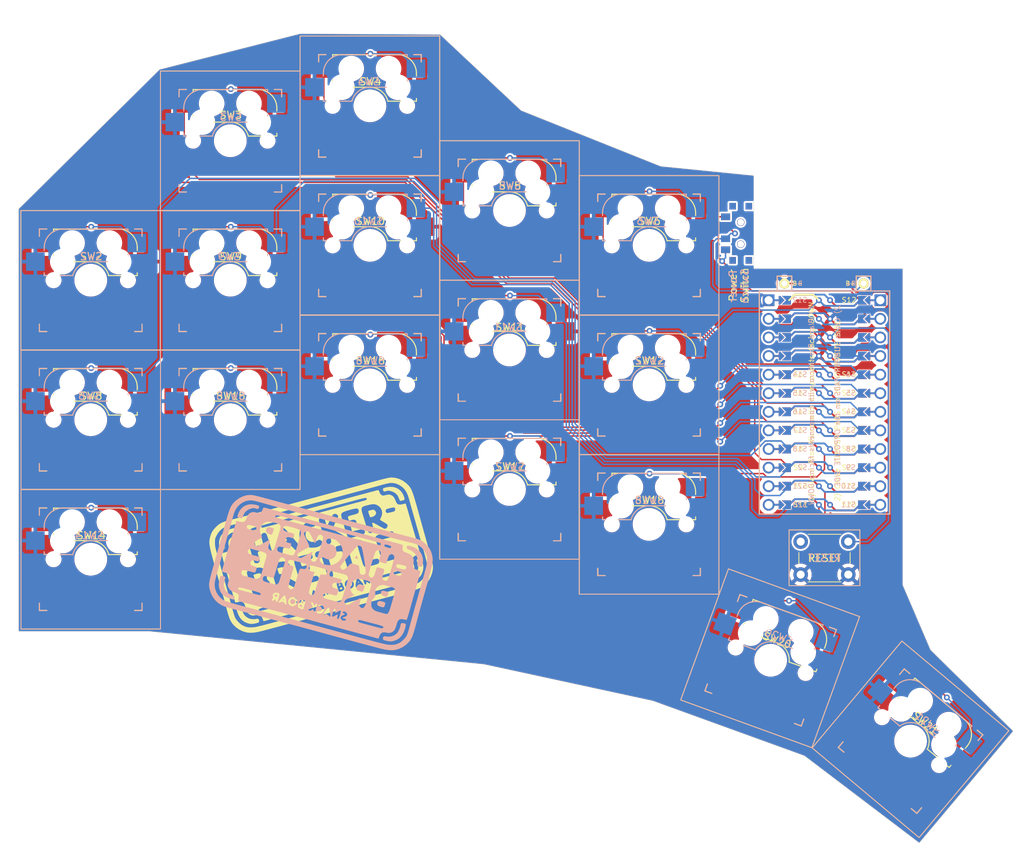
<source format=kicad_pcb>
(kicad_pcb (version 20221018) (generator pcbnew)
  (layers (0 "F.Cu" signal) (31 "B.Cu" signal) (34 "B.Paste" user) (35 "F.Paste" user) (36 "B.SilkS" user "B.Silkscreen") (37 "F.SilkS" user "F.Silkscreen") (38 "B.Mask" user) (39 "F.Mask" user) (44 "Edge.Cuts" user))
  (net 0 "")
  (net 1 "gnd")
  (net 2 "vcc")
  (net 3 "Switch18")
  (net 4 "reset")
  (net 5 "Switch1")
  (net 6 "Switch2")
  (net 7 "Switch3")
  (net 8 "Switch4")
  (net 9 "Switch5")
  (net 10 "Switch6")
  (net 11 "Switch7")
  (net 12 "Switch8")
  (net 13 "Switch9")
  (net 14 "Switch10")
  (net 15 "Switch11")
  (net 16 "Switch12")
  (net 17 "Switch13")
  (net 18 "Switch14")
  (net 19 "Switch15")
  (net 20 "Switch16")
  (net 21 "Switch17")
  (net 22 "raw")
  (net 23 "BT+_r")
  (footprint "kbd:1pin_conn" (layer "F.Cu") (at 145.288 82.931)
    (fp_text reference "Bat+r1" hide)
    (fp_text value "MountingHole_Pad" hide)
  )
  (footprint "kbd:1pin_conn" (layer "F.Cu") (at 134.493 82.931)
    (fp_text reference "BatGND1" hide)
    (fp_text value "MountingHole_Pad" hide)
  )
  (footprint "Keyswitches by Daprice:Kailh_socket_MX_reversible_sameside" (layer "F.Cu") (at 39.8145 82.4865)
    (fp_text reference "SW2" hide)
    (fp_text value "SW_Push" hide)
  )
  (footprint "Keyswitches by Daprice:Kailh_socket_MX_reversible_sameside" (layer "F.Cu") (at 58.8645 63.4365)
    (fp_text reference "SW3" hide)
    (fp_text value "SW_Push" hide)
  )
  (footprint "Keyswitches by Daprice:Kailh_socket_MX_reversible_sameside" (layer "F.Cu") (at 77.9145 58.674)
    (fp_text reference "SW4" hide)
    (fp_text value "SW_Push" hide)
  )
  (footprint "Keyswitches by Daprice:Kailh_socket_MX_reversible_sameside" (layer "F.Cu") (at 96.9645 72.9615)
    (fp_text reference "SW5" hide)
    (fp_text value "SW_Push" hide)
  )
  (footprint "Keyswitches by Daprice:Kailh_socket_MX_reversible_sameside" (layer "F.Cu") (at 116.0145 77.724)
    (fp_text reference "SW6" hide)
    (fp_text value "SW_Push" hide)
  )
  (footprint "Keyswitches by Daprice:Kailh_socket_MX_reversible_sameside" (layer "F.Cu") (at 39.8145 101.5365)
    (fp_text reference "SW8" hide)
    (fp_text value "SW_Push" hide)
  )
  (footprint "Keyswitches by Daprice:Kailh_socket_MX_reversible_sameside" (layer "F.Cu") (at 58.8645 82.4865)
    (fp_text reference "SW9" hide)
    (fp_text value "SW_Push" hide)
  )
  (footprint "Keyswitches by Daprice:Kailh_socket_MX_reversible_sameside" (layer "F.Cu") (at 77.9145 77.724)
    (fp_text reference "SW10" hide)
    (fp_text value "SW_Push" hide)
  )
  (footprint "Keyswitches by Daprice:Kailh_socket_MX_reversible_sameside" (layer "F.Cu") (at 96.9645 92.0115)
    (fp_text reference "SW11" hide)
    (fp_text value "SW_Push" hide)
  )
  (footprint "Keyswitches by Daprice:Kailh_socket_MX_reversible_sameside" (layer "F.Cu") (at 116.0145 96.774)
    (fp_text reference "SW12" hide)
    (fp_text value "SW_Push" hide)
  )
  (footprint "Keyswitches by Daprice:Kailh_socket_MX_reversible_sameside" (layer "F.Cu") (at 39.8145 120.5865)
    (fp_text reference "SW14" hide)
    (fp_text value "SW_Push" hide)
  )
  (footprint "Keyswitches by Daprice:Kailh_socket_MX_reversible_sameside" (layer "F.Cu") (at 58.8645 101.5365)
    (fp_text reference "SW15" hide)
    (fp_text value "SW_Push" hide)
  )
  (footprint "Keyswitches by Daprice:Kailh_socket_MX_reversible_sameside" (layer "F.Cu") (at 96.9645 111.0615)
    (fp_text reference "SW17" hide)
    (fp_text value "SW_Push" hide)
  )
  (footprint "Keyswitches by Daprice:Kailh_socket_MX_reversible_sameside" (layer "F.Cu") (at 132.602994 134.382516 -20)
    (fp_text reference "SW20" hide)
    (fp_text value "SW_Push" hide)
  )
  (footprint "Keyswitches by Daprice:Kailh_socket_MX_reversible_sameside" (layer "F.Cu") (at 151.700647 145.425812 -40)
    (fp_text reference "SW21" hide)
    (fp_text value "SW_Push" hide)
  )
  (footprint "Button_Switch_THT:SW_PUSH_6mm_H4.3mm" (layer "F.Cu") (at 143.204 122.682 180)
    (fp_text reference "RST_B" hide)
    (fp_text value "SW_Push" hide)
  )
  (footprint "Keyswitches by Daprice:Kailh_socket_MX_reversible_sameside" (layer "F.Cu") (at 116.0145 115.824)
    (fp_text reference "SW18" hide)
    (fp_text value "SW_Push" hide)
  )
  (footprint "Promicro-Jumpers:ProMicro_facedown" (layer "F.Cu") (at 139.954 99.187 -90)
    (fp_text reference "U1" hide)
    (fp_text value "ProMicro-kbd" hide)
  )
  (footprint "Keyswitches by Daprice:Kailh_socket_MX_reversible_sameside" (layer "F.Cu") (at 77.9145 96.774)
    (fp_text reference "SW16" hide)
    (fp_text value "SW_Push" hide)
  )
  (footprint "Kailh:SPDT_C128955r" (layer "F.Cu") (at 128.524 76.073 -90)
    (fp_text reference "SW_POWERR_BK" hide)
    (fp_text value "SW_SPDT")
  )
  (footprint "logo:brettle_logo" (layer "F.Cu") (at 71.11 119.93)
    (fp_text reference "G***" hide)
    (fp_text value "LOGO" hide)
  )
  (footprint "Kailh:SPDT_C128955" (layer "B.Cu") (at 128.524 76.073 90)
    (fp_text reference "SW_POWERR1" hide)
    (fp_text value "SW_SPDT")
  )
  (footprint "logo:brettle_logo" (layer "B.Cu") (at 71.379901 122.312036 180)
    (fp_text reference "G***" hide)
    (fp_text value "LOGO" hide)
  )
  (gr_rect (start 87.4395 63.4365) (end 106.4895 82.4865) (stroke (width 0.12)) (fill none) (layer "B.SilkS"))
  (gr_rect (start 68.3895 87.249) (end 87.4395 106.299) (stroke (width 0.12)) (fill none) (layer "B.SilkS"))
  (gr_rect (start 30.2745 72.9765) (end 49.3245 92.0265) (stroke (width 0.12)) (fill none) (layer "B.SilkS"))
  (gr_rect (start 87.4395 101.5365) (end 106.4895 120.5865) (stroke (width 0.12)) (fill none) (layer "B.SilkS"))
  (gr_poly (pts (xy 120.330275 139.805288) (xy 126.845759 121.904144) (xy 144.746903 128.419628) (xy 138.231419 146.320772)) (stroke (width 0.12)) (fill none) (layer "B.SilkS"))
  (gr_rect (start 30.2895 92.0115) (end 49.3395 111.0615) (stroke (width 0.12)) (fill none) (layer "B.SilkS"))
  (gr_rect (start 30.2895 111.0615) (end 49.3395 130.1115) (stroke (width 0.12)) (fill none) (layer "B.SilkS"))
  (gr_poly (pts (xy 138.272555 146.351349) (xy 150.517659 131.758202) (xy 165.110806 144.003307) (xy 152.865702 158.596453)) (stroke (width 0.12)) (fill none) (layer "B.SilkS"))
  (gr_rect (start 135.128 116.586) (end 144.78 124.206) (stroke (width 0.12)) (fill none) (layer "B.SilkS"))
  (gr_rect (start 49.3245 72.9765) (end 68.3745 92.0265) (stroke (width 0.12)) (fill none) (layer "B.SilkS"))
  (gr_rect (start 106.4895 68.199) (end 125.5395 87.249) (stroke (width 0.12)) (fill none) (layer "B.SilkS"))
  (gr_rect (start 49.3245 53.9265) (end 68.3745 72.9765) (stroke (width 0.12)) (fill none) (layer "B.SilkS"))
  (gr_rect (start 106.4895 106.299) (end 125.5395 125.349) (stroke (width 0.12)) (fill none) (layer "B.SilkS"))
  (gr_rect (start 106.4895 87.249) (end 125.5395 106.299) (stroke (width 0.12)) (fill none) (layer "B.SilkS"))
  (gr_rect (start 68.3895 49.149) (end 87.4395 68.199) (stroke (width 0.12)) (fill none) (layer "B.SilkS"))
  (gr_rect (start 68.3895 68.199) (end 87.4395 87.249) (stroke (width 0.12)) (fill none) (layer "B.SilkS"))
  (gr_rect (start 49.3395 92.0115) (end 68.3895 111.0615) (stroke (width 0.12)) (fill none) (layer "B.SilkS"))
  (gr_rect (start 87.4395 82.4865) (end 106.4895 101.5365) (stroke (width 0.12)) (fill none) (layer "B.SilkS"))
  (gr_rect (start 106.4895 106.299) (end 125.5395 125.349) (stroke (width 0.12)) (fill none) (layer "F.SilkS"))
  (gr_rect (start 106.4895 68.199) (end 125.5395 87.249) (stroke (width 0.12)) (fill none) (layer "F.SilkS"))
  (gr_rect (start 87.4395 82.4865) (end 106.4895 101.5365) (stroke (width 0.12)) (fill none) (layer "F.SilkS"))
  (gr_rect (start 30.2745 72.9765) (end 49.3245 92.0265) (stroke (width 0.12)) (fill none) (layer "F.SilkS"))
  (gr_rect (start 68.3895 68.199) (end 87.4395 87.249) (stroke (width 0.12)) (fill none) (layer "F.SilkS"))
  (gr_rect (start 68.3895 87.249) (end 87.4395 106.299) (stroke (width 0.12)) (fill none) (layer "F.SilkS"))
  (gr_rect (start 30.2895 92.0115) (end 49.3395 111.0615) (stroke (width 0.12)) (fill none) (layer "F.SilkS"))
  (gr_poly (pts (xy 138.272555 146.351349) (xy 150.517659 131.758202) (xy 165.110806 144.003307) (xy 152.865702 158.596453)) (stroke (width 0.12)) (fill none) (layer "F.SilkS"))
  (gr_rect (start 68.3895 49.149) (end 87.4395 68.199) (stroke (width 0.12)) (fill none) (layer "F.SilkS"))
  (gr_rect (start 87.4395 101.5365) (end 106.4895 120.5865) (stroke (width 0.12)) (fill none) (layer "F.SilkS"))
  (gr_rect (start 30.2895 111.0615) (end 49.3395 130.1115) (stroke (width 0.12)) (fill none) (layer "F.SilkS"))
  (gr_rect (start 135.128 116.586) (end 144.78 124.206) (stroke (width 0.12)) (fill none) (layer "F.SilkS"))
  (gr_rect (start 87.4395 63.4365) (end 106.4895 82.4865) (stroke (width 0.12)) (fill none) (layer "F.SilkS"))
  (gr_rect (start 49.3395 92.0115) (end 68.3895 111.0615) (stroke (width 0.12)) (fill none) (layer "F.SilkS"))
  (gr_rect (start 49.3245 72.9765) (end 68.3745 92.0265) (stroke (width 0.12)) (fill none) (layer "F.SilkS"))
  (gr_rect (start 106.4895 87.249) (end 125.5395 106.299) (stroke (width 0.12)) (fill none) (layer "F.SilkS"))
  (gr_poly (pts (xy 120.330275 139.805288) (xy 126.845759 121.904144) (xy 144.746903 128.419628) (xy 138.231419 146.320772)) (stroke (width 0.12)) (fill none) (layer "F.SilkS"))
  (gr_rect (start 49.3245 53.9265) (end 68.3745 72.9765) (stroke (width 0.12)) (fill none) (layer "F.SilkS"))
  (gr_line (start 87.5 48.94) (end 98.552 59.309) (stroke (width 0.05)) (layer "Edge.Cuts"))
  (gr_line (start 98.552 59.309) (end 117.602 66.929) (stroke (width 0.05)) (layer "Edge.Cuts"))
  (gr_line (start 130.302 80.899) (end 150.622 80.899) (stroke (width 0.05)) (layer "Edge.Cuts"))
  (gr_line (start 29.972 130.429) (end 29.972 129.159) (stroke (width 0.05)) (layer "Edge.Cuts"))
  (gr_line (start 116.54 139.93) (end 137.22 147.43) (stroke (width 0.05)) (layer "Edge.Cuts"))
  (gr_line (start 47.752 130.429) (end 93.46 134.93) (stroke (width 0.05)) (layer "Edge.Cuts"))
  (gr_line (start 29.972 129.159) (end 29.97 72.76) (stroke (width 0.05)) (layer "Edge.Cuts"))
  (gr_line (start 29.97 72.76) (end 49.21 53.71) (stroke (width 0.05)) (layer "Edge.Cuts"))
  (gr_line (start 154.432 132.969) (end 165.71 144.05) (stroke (width 0.05)) (layer "Edge.Cuts"))
  (gr_line (start 47.752 130.429) (end 29.972 130.429) (stroke (width 0.05)) (layer "Edge.Cuts"))
  (gr_line (start 93.46 134.93) (end 116.54 139.93) (stroke (width 0.05)) (layer "Edge.Cuts"))
  (gr_line (start 130.302 68.199) (end 130.302 80.899) (stroke (width 0.05)) (layer "Edge.Cuts"))
  (gr_line (start 165.71 144.05) (end 152.89 159.33) (stroke (width 0.05)) (layer "Edge.Cuts"))
  (gr_line (start 68.38 48.83) (end 87.5 48.94) (stroke (width 0.05)) (layer "Edge.Cuts"))
  (gr_line (start 152.89 159.33) (end 137.22 147.43) (stroke (width 0.05)) (layer "Edge.Cuts"))
  (gr_line (start 150.622 80.899) (end 150.622 124.079) (stroke (width 0.05)) (layer "Edge.Cuts"))
  (gr_line (start 49.21 53.71) (end 68.38 48.83) (stroke (width 0.05)) (layer "Edge.Cuts"))
  (gr_line (start 154.432 132.969) (end 150.622 124.079) (stroke (width 0.05)) (layer "Edge.Cuts"))
  (gr_line (start 117.602 66.929) (end 130.302 68.199) (stroke (width 0.05)) (layer "Edge.Cuts"))
  (gr_text "B+" (at 143.51 82.931) (layer "B.SilkS") (effects (font (size 0.6 0.6) (thickness 0.1)) (justify mirror)))
  (gr_text "Power\nSwitch" (at 128.27 83.312 90) (layer "B.SilkS") (effects (font (size 1 1)) (justify mirror)))
  (gr_text "S16" (at 137.668 100.838) (layer "B.SilkS") (effects (font (size 0.7 0.7) (thickness 0.1) bold) (justify left bottom mirror)))
  (gr_text "B-" (at 136.271 82.931) (layer "B.SilkS") (effects (font (size 0.6 0.6) (thickness 0.1)) (justify mirror)))
  (gr_text "S3" (at 144.272 103.378) (layer "B.SilkS") (effects (font (size 0.7 0.7) (thickness 0.1) bold) (justify left bottom mirror)))
  (gr_text "S14" (at 137.668 95.758) (layer "B.SilkS") (effects (font (size 0.7 0.7) (thickness 0.1) bold) (justify left bottom mirror)))
  (gr_text "S11" (at 144.272 113.538) (layer "B.SilkS") (effects (font (size 0.7 0.7) (thickness 0.1) bold) (justify left bottom mirror)))
  (gr_text "S8" (at 144.272 105.918) (layer "B.SilkS") (effects (font (size 0.7 0.7) (thickness 0.1) bold) (justify left bottom mirror)))
  (gr_text "S5" (at 144.272 98.298) (layer "B.SilkS") (effects (font (size 0.7 0.7) (thickness 0.1) bold) (justify left bottom mirror)))
  (gr_text "S17" (at 137.668 103.378) (layer "B.SilkS") (effects (font (size 0.7 0.7) (thickness 0.1) bold) (justify left bottom mirror)))
  (gr_text "S10" (at 144.272 110.998) (layer "B.SilkS") (effects (font (size 0.7 0.7) (thickness 0.1) bold) (justify left bottom mirror)))
  (gr_text "2) Close JUMPER PADS on the OPPOSITE SIDE" (at 141.732 85.852 90) (layer "B.SilkS") (effects (font (size 0.7 0.7) (thickness 0.1) italic) (justify left mirror)))
  (gr_text "S12" (at 137.668 85.598) (layer "B.SilkS") (effects (font (size 0.7 0.7) (thickness 0.1)) (justify left bottom mirror)))
  (gr_text "1) Place Pro-Micro with components facing DOWN" (at 138.176 85.852 90) (layer "B.SilkS") (effects (font (size 0.7 0.7) (thickness 0.1) italic) (justify left mirror)))
  (gr_text "S15" (at 137.668 98.298) (layer "B.SilkS") (effects (font (size 0.7 0.7) (thickness 0.1) bold) (justify left bottom mirror)))
  (gr_text "S4" (at 144.272 100.838) (layer "B.SilkS") (effects (font (size 0.7 0.7) (thickness 0.1) bold) (justify left bottom mirror)))
  (gr_text "S18" (at 137.668 105.918) (layer "B.SilkS") (effects (font (size 0.7 0.7) (thickness 0.1) bold) (justify left bottom mirror)))
  (gr_text "S20" (at 137.668 113.538) (layer "B.SilkS") (effects (font (size 0.7 0.7) (thickness 0.1) bold) (justify left bottom mirror)))
  (gr_text "S21" (at 137.668 110.998) (layer "B.SilkS") (effects (font (size 0.7 0.7) (thickness 0.1) bold) (justify left bottom mirror)))
  (gr_text "S9" (at 144.272 108.458) (layer "B.SilkS") (effects (font (size 0.7 0.7) (thickness 0.1) bold) (justify left bottom mirror)))
  (gr_text "S6" (at 144.272 95.758) (layer "B.SilkS") (effects (font (size 0.7 0.7) (thickness 0.1) bold) (justify left bottom mirror)))
  (gr_text "S2" (at 137.668 108.458) (layer "B.SilkS") (effects (font (size 0.7 0.7) (thickness 0.1) bold) (justify left bottom mirror)))
  (gr_text "B+" (at 143.51 82.931) (layer "F.SilkS") (effects (font (size 0.6 0.6) (thickness 0.1))))
  (gr_text "S21" (at 142.24 110.998) (layer "F.SilkS") (effects (font (size 0.7 0.7) (thickness 0.1)) (justify left bottom)))
  (gr_text "S15" (at 142.24 98.298) (layer "F.SilkS") (effects (font (size 0.7 0.7) (thickness 0.1)) (justify left bottom)))
  (gr_text "S10" (at 135.636 110.998) (layer "F.SilkS") (effects (font (size 0.7 0.7) (thickness 0.1)) (justify left bottom)))
  (gr_text "1) Place Pro-Micro with components facing DOWN" (at 138.176 112.776 90) (layer "F.SilkS") (effects (font (size 0.7 0.7) (thickness 0.1) italic) (justify left)))
  (gr_text "S9" (at 135.636 108.458) (layer "F.SilkS") (effects (font (size 0.7 0.7) (thickness 0.1)) (justify left bottom)))
  (gr_text "S5" (at 135.636 98.298) (layer "F.SilkS") (effects (font (size 0.7 0.7) (thickness 0.1)) (justify left bottom)))
  (gr_text "S8" (at 135.636 105.918) (layer "F.SilkS") (effects (font (size 0.7 0.7) (thickness 0.1)) (justify left bottom)))
  (gr_text "S2" (at 142.24 108.458) (layer "F.SilkS") (effects (font (size 0.7 0.7) (thickness 0.1)) (justify left bottom)))
  (gr_text "S3" (at 135.636 103.378) (layer "F.SilkS") (effects (font (size 0.7 0.7) (thickness 0.1)) (justify left bottom)))
  (gr_text "S11" (at 135.636 113.538) (layer "F.SilkS") (effects (font (size 0.7 0.7) (thickness 0.1)) (justify left bottom)))
  (gr_text "S16" (at 142.24 100.838) (layer "F.SilkS") (effects (font (size 0.7 0.7) (thickness 0.1)) (justify left bottom)))
  (gr_text "2) Close JUMPER PADS on the OPPOSITE SIDE" (at 141.732 112.776 90) (layer "F.SilkS") (effects (font (size 0.7 0.7) (thickness 0.1) italic) (justify left)))
  (gr_text "S14" (at 142.24 95.758) (layer "F.SilkS") (effects (font (size 0.7 0.7) (thickness 0.1)) (justify left bottom)))
  (gr_text "S4" (at 135.636 100.838) (layer "F.SilkS") (effects (font (size 0.7 0.7) (thickness 0.1)) (justify left bottom)))
  (gr_text "B-" (at 136.271 82.931) (layer "F.SilkS") (effects (font (size 0.6 0.6) (thickness 0.1))))
  (gr_text "S20" (at 142.24 113.538) (layer "F.SilkS") (effects (font (size 0.7 0.7) (thickness 0.1)) (justify left bottom)))
  (gr_text "Power\nSwitch" (at 128.27 83.185 90) (layer "F.SilkS") (effects (font (size 1 1))))
  (gr_text "S18" (at 142.24 105.918) (layer "F.SilkS") (effects (font (size 0.7 0.7) (thickness 0.1)) (justify left bottom)))
  (gr_text "S17" (at 142.24 103.378) (layer "F.SilkS") (effects (font (size 0.7 0.7) (thickness 0.1)) (justify left bottom)))
  (gr_text "S12" (at 142.24 85.598) (layer "F.SilkS") (effects (font (size 0.7 0.7) (thickness 0.1)) (justify left bottom)))
  (gr_text "S6" (at 135.636 95.758) (layer "F.SilkS") (effects (font (size 0.7 0.7) (thickness 0.1)) (justify left bottom)))
  (segment (start 139.192 89.281) (end 139.192 90.297) (width 0.2) (layer "F.Cu") (net 1))
  (segment (start 145.88 86.657) (end 144.78 87.757) (width 0.2) (layer "F.Cu") (net 1))
  (segment (start 147.912 86.657) (end 145.88 86.657) (width 0.2) (layer "F.Cu") (net 1))
  (segment (start 148.252 84.117) (end 148.674 84.539) (width 0.2) (layer "F.Cu") (net 1))
  (segment (start 148.674 84.539) (end 148.674 85.895) (width 0.2) (layer "F.Cu") (net 1))
  (segment (start 144.245686 84.117) (end 148.252 84.117) (width 0.2) (layer "F.Cu") (net 1))
  (segment (start 143.059686 82.931) (end 144.245686 84.117) (width 0.2) (layer "F.Cu") (net 1))
  (segment (start 134.493 82.931) (end 143.059686 82.931) (width 0.2) (layer "F.Cu") (net 1))
  (segment (start 148.674 85.895) (end 147.912 86.657) (width 0.2) (layer "F.Cu") (net 1))
  (segment (start 140.716 87.757) (end 139.192 89.281) (width 0.2) (layer "F.Cu") (net 1))
  (segment (start 139.192 90.297) (end 141.732 92.837) (width 0.2) (layer "B.Cu") (net 1))
  (segment (start 141.732 92.837) (end 144.78 92.837) (width 0.2) (layer "B.Cu") (net 1))
  (segment (start 148.674 115.359) (end 148.674 89.619) (width 0.2) (layer "B.Cu") (net 4))
  (segment (start 143.204 118.182) (end 145.851 118.182) (width 0.2) (layer "B.Cu") (net 4))
  (segment (start 143.204 118.781) (end 143.204 118.182) (width 0.2) (layer "B.Cu") (net 4))
  (segment (start 148.674 89.619) (end 148.082 89.027) (width 0.2) (layer "B.Cu") (net 4))
  (segment (start 148.082 89.027) (end 141.986 89.027) (width 0.2) (layer "B.Cu") (net 4))
  (segment (start 141.986 89.027) (end 140.716 90.297) (width 0.2) (layer "B.Cu") (net 4))
  (segment (start 145.851 118.182) (end 148.674 115.359) (width 0.2) (layer "B.Cu") (net 4))
  (segment (start 120.542 87.395) (end 130.434 97.287) (width 0.2) (layer "F.Cu") (net 5))
  (segment (start 131.361 106.977) (end 134.028 106.977) (width 0.2) (layer "F.Cu") (net 5))
  (segment (start 82.715 69.126) (end 96.577003 82.988) (width 0.2) (layer "F.Cu") (net 5))
  (segment (start 134.028 106.977) (end 135.128 108.077) (width 0.2) (layer "F.Cu") (net 5))
  (segment (start 130.434 106.05) (end 131.361 106.977) (width 0.2) (layer "F.Cu") (net 5))
  (segment (start 96.577003 82.988) (end 102.880942 82.988) (width 0.2) (layer "F.Cu") (net 5))
  (segment (start 33.5245 77.4065) (end 35.747 75.184) (width 0.2) (layer "F.Cu") (net 5))
  (segment (start 41.805 69.126) (end 82.715 69.126) (width 0.2) (layer "F.Cu") (net 5))
  (segment (start 130.434 97.287) (end 130.434 106.05) (width 0.2) (layer "F.Cu") (net 5))
  (segment (start 35.747 75.184) (end 39.878 75.184) (width 0.2) (layer "F.Cu") (net 5))
  (segment (start 107.287943 87.395) (end 120.542 87.395) (width 0.2) (layer "F.Cu") (net 5))
  (segment (start 102.880942 82.988) (end 107.287943 87.395) (width 0.2) (layer "F.Cu") (net 5))
  (segment (start 33.5245 77.4065) (end 41.805 69.126) (width 0.2) (layer "F.Cu") (net 5))
  (via (at 39.878 75.184) (size 0.8) (drill 0.4) (layers "F.Cu" "B.Cu") (net 5))
  (segment (start 43.882 75.184) (end 46.1045 77.4065) (width 0.2) (layer "B.Cu") (net 5))
  (segment (start 39.878 75.184) (end 43.882 75.184) (width 0.2) (layer "B.Cu") (net 5))
  (segment (start 130.834 97.121315) (end 130.834 100.512635) (width 0.2) (layer "F.Cu") (net 6))
  (segment (start 120.707686 86.995) (end 130.834 97.121315) (width 0.2) (layer "F.Cu") (net 6))
  (segment (start 52.5745 58.3565) (end 54.543 56.388) (width 0.2) (layer "F.Cu") (net 6))
  (segment (start 52.5745 66.6715) (end 54.629 68.726) (width 0.2) (layer "F.Cu") (net 6))
  (segment (start 132.12642 101.805055) (end 139.524055 101.805055) (width 0.2) (layer "F.Cu") (net 6))
  (segment (start 139.524055 101.805055) (end 140.716 102.997) (width 0.2) (layer "F.Cu") (net 6))
  (segment (start 54.543 56.388) (end 58.928 56.388) (width 0.2) (layer "F.Cu") (net 6))
  (segment (start 103.046628 82.588) (end 107.453628 86.995) (width 0.2) (layer "F.Cu") (net 6))
  (segment (start 130.834 100.512635) (end 132.12642 101.805055) (width 0.2) (layer "F.Cu") (net 6))
  (segment (start 107.453628 86.995) (end 120.707686 86.995) (width 0.2) (layer "F.Cu") (net 6))
  (segment (start 52.5745 58.3565) (end 52.5745 66.6715) (width 0.2) (layer "F.Cu") (net 6))
  (segment (start 96.742688 82.588) (end 103.046628 82.588) (width 0.2) (layer "F.Cu") (net 6))
  (segment (start 54.629 68.726) (end 82.880686 68.726) (width 0.2) (layer "F.Cu") (net 6))
  (segment (start 82.880686 68.726) (end 96.742688 82.588) (width 0.2) (layer "F.Cu") (net 6))
  (via (at 58.928 56.388) (size 0.8) (drill 0.4) (layers "F.Cu" "B.Cu") (net 6))
  (segment (start 58.928 56.388) (end 63.186 56.388) (width 0.2) (layer "B.Cu") (net 6))
  (segment (start 63.186 56.388) (end 65.1545 58.3565) (width 0.2) (layer "B.Cu") (net 6))
  (segment (start 120.873372 86.595) (end 131.234 96.95563) (width 0.2) (layer "F.Cu") (net 7))
  (segment (start 73.6565 51.562) (end 77.978 51.562) (width 0.2) (layer "F.Cu") (net 7))
  (segment (start 71.6245 53.594) (end 73.6565 51.562) (width 0.2) (layer "F.Cu") (net 7))
  (segment (start 103.212314 82.188) (end 107.619314 86.595) (width 0.2) (layer "F.Cu") (net 7))
  (segment (start 71.6336 66.6806) (end 73.279 68.326) (width 0.2) (layer "F.Cu") (net 7))
  (segment (start 71.6245 53.594) (end 71.6336 53.6031) (width 0.2) (layer "F.Cu") (net 7))
  (segment (start 73.279 68.326) (end 83.046371 68.326) (width 0.2) (layer "F.Cu") (net 7))
  (segment (start 131.234 98.372635) (end 132.12642 99.265055) (width 0.2) (layer "F.Cu") (net 7))
  (segment (start 107.619314 86.595) (end 120.873372 86.595) (width 0.2) (layer "F.Cu") (net 7))
  (segment (start 132.12642 99.265055) (end 139.524055 99.265055) (width 0.2) (layer "F.Cu") (net 7))
  (segment (start 96.908373 82.188) (end 103.212314 82.188) (width 0.2) (layer "F.Cu") (net 7))
  (segment (start 83.046371 68.326) (end 96.908373 82.188) (width 0.2) (layer "F.Cu") (net 7))
  (segment (start 71.6336 53.6031) (end 71.6336 66.6806) (width 0.2) (layer "F.Cu") (net 7))
  (segment (start 131.234 96.95563) (end 131.234 98.372635) (width 0.2) (layer "F.Cu") (net 7))
  (segment (start 139.524055 99.265055) (end 140.716 100.457) (width 0.2) (layer "F.Cu") (net 7))
  (via (at 77.978 51.562) (size 0.8) (drill 0.4) (layers "F.Cu" "B.Cu") (net 7))
  (segment (start 82.1725 51.562) (end 84.2045 53.594) (width 0.2) (layer "B.Cu") (net 7))
  (segment (start 77.978 51.562) (end 82.1725 51.562) (width 0.2) (layer "B.Cu") (net 7))
  (segment (start 90.6745 67.8815) (end 90.6745 75.388442) (width 0.2) (layer "F.Cu") (net 8))
  (segment (start 90.6745 67.8815) (end 92.77 65.786) (width 0.2) (layer "F.Cu") (net 8))
  (segment (start 107.785 86.195) (end 121.039058 86.195) (width 0.2) (layer "F.Cu") (net 8))
  (segment (start 121.039058 86.195) (end 131.569111 96.725055) (width 0.2) (layer "F.Cu") (net 8))
  (segment (start 139.524055 96.725055) (end 140.716 97.917) (width 0.2) (layer "F.Cu") (net 8))
  (segment (start 103.378 81.788) (end 107.785 86.195) (width 0.2) (layer "F.Cu") (net 8))
  (segment (start 90.6745 75.388442) (end 97.074058 81.788) (width 0.2) (layer "F.Cu") (net 8))
  (segment (start 92.77 65.786) (end 97.028 65.786) (width 0.2) (layer "F.Cu") (net 8))
  (segment (start 97.074058 81.788) (end 103.378 81.788) (width 0.2) (layer "F.Cu") (net 8))
  (segment (start 131.569111 96.725055) (end 139.524055 96.725055) (width 0.2) (layer "F.Cu") (net 8))
  (via (at 97.028 65.786) (size 0.8) (drill 0.4) (layers "F.Cu" "B.Cu") (net 8))
  (segment (start 97.028 65.786) (end 101.159 65.786) (width 0.2) (layer "B.Cu") (net 8))
  (segment (start 101.159 65.786) (end 103.2545 67.8815) (width 0.2) (layer "B.Cu") (net 8))
  (segment (start 139.276 93.937) (end 140.716 95.377) (width 0.2) (layer "F.Cu") (net 9))
  (segment (start 109.7336 82.4286) (end 113.1 85.795) (width 0.2) (layer "F.Cu") (net 9))
  (segment (start 112.0105 70.358) (end 116.078 70.358) (width 0.2) (layer "F.Cu") (net 9))
  (segment (start 113.1 85.795) (end 121.204744 85.795) (width 0.2) (layer "F.Cu") (net 9))
  (segment (start 109.7245 72.644) (end 112.0105 70.358) (width 0.2) (layer "F.Cu") (net 9))
  (segment (start 129.346742 93.937) (end 139.276 93.937) (width 0.2) (layer "F.Cu") (net 9))
  (segment (start 109.7336 72.6531) (end 109.7336 82.4286) (width 0.2) (layer "F.Cu") (net 9))
  (segment (start 121.204744 85.795) (end 129.346742 93.937) (width 0.2) (layer "F.Cu") (net 9))
  (segment (start 109.7245 72.644) (end 109.7336 72.6531) (width 0.2) (layer "F.Cu") (net 9))
  (via (at 116.078 70.358) (size 0.8) (drill 0.4) (layers "F.Cu" "B.Cu") (net 9))
  (segment (start 116.078 70.358) (end 120.0185 70.358) (width 0.2) (layer "B.Cu") (net 9))
  (segment (start 120.0185 70.358) (end 122.3045 72.644) (width 0.2) (layer "B.Cu") (net 9))
  (segment (start 140.556902 105.696098) (end 140.716 105.537) (width 0.2) (layer "F.Cu") (net 10))
  (segment (start 33.5245 96.4565) (end 35.493 94.488) (width 0.2) (layer "F.Cu") (net 10))
  (segment (start 35.493 94.488) (end 39.878 94.488) (width 0.2) (layer "F.Cu") (net 10))
  (via (at 39.878 94.488) (size 0.8) (drill 0.4) (layers "F.Cu" "B.Cu") (net 10))
  (segment (start 129.921 106.426) (end 110.282058 106.426) (width 0.2) (layer "B.Cu") (net 10))
  (segment (start 131.878365 104.437) (end 131.234 105.081365) (width 0.2) (layer "B.Cu") (net 10))
  (segment (start 44.136 94.488) (end 46.1045 96.4565) (width 0.2) (layer "B.Cu") (net 10))
  (segment (start 105.918 85.338629) (end 102.875371 82.296) (width 0.2) (layer "B.Cu") (net 10))
  (segment (start 84.074 68.58) (end 53.34 68.58) (width 0.2) (layer "B.Cu") (net 10))
  (segment (start 131.234 105.113) (end 129.921 106.426) (width 0.2) (layer "B.Cu") (net 10))
  (segment (start 131.234 105.081365) (end 131.234 105.113) (width 0.2) (layer "B.Cu") (net 10))
  (segment (start 134.028 104.437) (end 131.878365 104.437) (width 0.2) (layer "B.Cu") (net 10))
  (segment (start 87.414 71.92) (end 84.074 68.58) (width 0.2) (layer "B.Cu") (net 10))
  (segment (start 135.128 105.537) (end 134.028 104.437) (width 0.2) (layer "B.Cu") (net 10))
  (segment (start 87.414 77.519627) (end 87.414 71.92) (width 0.2) (layer "B.Cu") (net 10))
  (segment (start 110.282058 106.426) (end 105.918 102.061942) (width 0.2) (layer "B.Cu") (net 10))
  (segment (start 53.34 68.58) (end 49.276 72.644) (width 0.2) (layer "B.Cu") (net 10))
  (segment (start 49.276 72.644) (end 49.276 93.285) (width 0.2) (layer "B.Cu") (net 10))
  (segment (start 49.276 93.285) (end 46.1045 96.4565) (width 0.2) (layer "B.Cu") (net 10))
  (segment (start 39.878 94.488) (end 44.136 94.488) (width 0.2) (layer "B.Cu") (net 10))
  (segment (start 102.875371 82.296) (end 92.190373 82.296) (width 0.2) (layer "B.Cu") (net 10))
  (segment (start 92.190373 82.296) (end 87.414 77.519627) (width 0.2) (layer "B.Cu") (net 10))
  (segment (start 105.918 102.061942) (end 105.918 85.338629) (width 0.2) (layer "B.Cu") (net 10))
  (segment (start 54.797 75.184) (end 58.928 75.184) (width 0.2) (layer "F.Cu") (net 11))
  (segment (start 52.5745 77.4065) (end 54.797 75.184) (width 0.2) (layer "F.Cu") (net 11))
  (segment (start 140.556902 108.236098) (end 140.716 108.077) (width 0.2) (layer "F.Cu") (net 11))
  (via (at 58.928 75.184) (size 0.8) (drill 0.4) (layers "F.Cu" "B.Cu") (net 11))
  (segment (start 92.024687 82.696) (end 102.709685 82.696) (width 0.2) (layer "B.Cu") (net 11))
  (segment (start 130.639737 109.347) (end 133.858 109.347) (width 0.2) (layer "B.Cu") (net 11))
  (segment (start 58.928 75.184) (end 62.932 75.184) (width 0.2) (layer "B.Cu") (net 11))
  (segment (start 105.518 85.504315) (end 105.518 102.227628) (width 0.2) (layer "B.Cu") (net 11))
  (segment (start 110.116372 106.826) (end 128.118737 106.826) (width 0.2) (layer "B.Cu") (net 11))
  (segment (start 87.014 72.085686) (end 87.014 77.685314) (width 0.2) (layer "B.Cu") (net 11))
  (segment (start 68.942 68.98) (end 83.908314 68.98) (width 0.2) (layer "B.Cu") (net 11))
  (segment (start 105.518 102.227628) (end 110.116372 106.826) (width 0.2) (layer "B.Cu") (net 11))
  (segment (start 87.014 77.685314) (end 92.024687 82.696) (width 0.2) (layer "B.Cu") (net 11))
  (segment (start 62.932 75.184) (end 65.1545 77.4065) (width 0.2) (layer "B.Cu") (net 11))
  (segment (start 133.858 109.347) (end 135.128 108.077) (width 0.2) (layer "B.Cu") (net 11))
  (segment (start 128.118737 106.826) (end 130.639737 109.347) (width 0.2) (layer "B.Cu") (net 11))
  (segment (start 65.1545 72.7675) (end 68.942 68.98) (width 0.2) (layer "B.Cu") (net 11))
  (segment (start 65.1545 77.4065) (end 65.1545 72.7675) (width 0.2) (layer "B.Cu") (net 11))
  (segment (start 102.709685 82.696) (end 105.518 85.504315) (width 0.2) (layer "B.Cu") (net 11))
  (segment (start 83.908314 68.98) (end 87.014 72.085686) (width 0.2) (layer "B.Cu") (net 11))
  (segment (start 77.906 70.794) (end 77.978 70.866) (width 0.2) (layer "F.Cu") (net 12))
  (segment (start 73.4745 70.794) (end 77.906 70.794) (width 0.2) (layer "F.Cu") (net 12))
  (segment (start 71.6245 72.644) (end 73.4745 70.794) (width 0.2) (layer "F.Cu") (net 12))
  (via (at 77.978 70.866) (size 0.8) (drill 0.4) (layers "F.Cu" "B.Cu") (net 12))
  (segment (start 84.2045 72.644) (end 86.106 72.644) (width 0.2) (layer "B.Cu") (net 12))
  (segment (start 102.544 83.096) (end 105.118 85.67) (width 0.2) (layer "B.Cu") (net 12))
  (segment (start 130.448 111.017) (end 131.318 111.887) (width 0.2) (layer "B.Cu") (net 12))
  (segment (start 86.106 72.644) (end 86.614 73.152) (width 0.2) (layer "B.Cu") (net 12))
  (segment (start 105.118 85.67) (end 105.118 102.393314) (width 0.2) (layer "B.Cu") (net 12))
  (segment (start 127.953051 107.226) (end 130.448 109.72095) (width 0.2) (layer "B.Cu") (net 12))
  (segment (start 105.118 102.393314) (end 109.950687 107.226) (width 0.2) (layer "B.Cu") (net 12))
  (segment (start 109.950687 107.226) (end 127.953051 107.226) (width 0.2) (layer "B.Cu") (net 12))
  (segment (start 130.448 109.72095) (end 130.448 111.017) (width 0.2) (layer "B.Cu") (net 12))
  (segment (start 86.614 73.152) (end 86.614 77.851) (width 0.2) (layer "B.Cu") (net 12))
  (segment (start 86.614 77.851) (end 91.859002 83.096) (width 0.2) (layer "B.Cu") (net 12))
  (segment (start 82.3545 70.794) (end 84.2045 72.644) (width 0.2) (layer "B.Cu") (net 12))
  (segment (start 78.05 70.794) (end 82.3545 70.794) (width 0.2) (layer "B.Cu") (net 12))
  (segment (start 91.859002 83.096) (end 102.544 83.096) (width 0.2) (layer "B.Cu") (net 12))
  (segment (start 131.318 111.887) (end 133.858 111.887) (width 0.2) (layer "B.Cu") (net 12))
  (segment (start 77.978 70.866) (end 78.05 70.794) (width 0.2) (layer "B.Cu") (net 12))
  (segment (start 133.858 111.887) (end 135.128 110.617) (width 0.2) (layer "B.Cu") (net 12))
  (segment (start 93.024 84.582) (end 97.028 84.582) (width 0.2) (layer "F.Cu") (net 13))
  (segment (start 90.6745 86.9315) (end 93.024 84.582) (width 0.2) (layer "F.Cu") (net 13))
  (via (at 97.028 84.582) (size 0.8) (drill 0.4) (layers "F.Cu" "B.Cu") (net 13))
  (segment (start 103.2545 86.9315) (end 104.718 88.395) (width 0.2) (layer "B.Cu") (net 13))
  (segment (start 130.048 113.7285) (end 131.0005 114.681) (width 0.2) (layer "B.Cu") (net 13))
  (segment (start 127.787365 107.626) (end 130.048 109.886635) (width 0.2) (layer "B.Cu") (net 13))
  (segment (start 104.718 102.559) (end 109.785002 107.626) (width 0.2) (layer "B.Cu") (net 13))
  (segment (start 109.785002 107.626) (end 127.787365 107.626) (width 0.2) (layer "B.Cu") (net 13))
  (segment (start 104.718 88.395) (end 104.718 102.559) (width 0.2) (layer "B.Cu") (net 13))
  (segment (start 100.905 84.582) (end 103.2545 86.9315) (width 0.2) (layer "B.Cu") (net 13))
  (segment (start 130.048 109.886635) (end 130.048 113.7285) (width 0.2) (layer "B.Cu") (net 13))
  (segment (start 133.604 114.681) (end 135.128 113.157) (width 0.2) (layer "B.Cu") (net 13))
  (segment (start 131.0005 114.681) (end 133.604 114.681) (width 0.2) (layer "B.Cu") (net 13))
  (segment (start 97.028 84.582) (end 100.905 84.582) (width 0.2) (layer "B.Cu") (net 13))
  (segment (start 109.7245 91.694) (end 112.0105 89.408) (width 0.2) (layer "F.Cu") (net 14))
  (segment (start 112.0105 89.408) (end 116.078 89.408) (width 0.2) (layer "F.Cu") (net 14))
  (via (at 116.078 89.408) (size 0.8) (drill 0.4) (layers "F.Cu" "B.Cu") (net 14))
  (segment (start 116.078 89.408) (end 120.0185 89.408) (width 0.2) (layer "B.Cu") (net 14))
  (segment (start 127.437445 86.561055) (end 137.847945 86.561055) (width 0.2) (layer "B.Cu") (net 14))
  (segment (start 137.847945 86.561055) (end 139.192 85.217) (width 0.2) (layer "B.Cu") (net 14))
  (segment (start 122.3045 91.694) (end 127.437445 86.561055) (width 0.2) (layer "B.Cu") (net 14))
  (segment (start 120.0185 89.408) (end 122.3045 91.694) (width 0.2) (layer "B.Cu") (net 14))
  (segment (start 88.03 90.073628) (end 86.075371 88.119) (width 0.2) (layer "F.Cu") (net 15))
  (segment (start 49.276 107.696) (end 47.244 109.728) (width 0.2) (layer "F.Cu") (net 15))
  (segment (start 120.072 102.559) (end 99.245372 102.559) (width 0.2) (layer "F.Cu") (net 15))
  (segment (start 88.03 91.343628) (end 88.03 90.073628) (width 0.2) (layer "F.Cu") (net 15))
  (segment (start 35.493 113.538) (end 39.878 113.538) (width 0.2) (layer "F.Cu") (net 15))
  (segment (start 49.276 94.234) (end 49.276 107.696) (width 0.2) (layer "F.Cu") (net 15))
  (segment (start 86.075371 88.119) (end 55.391 88.119) (width 0.2) (layer "F.Cu") (net 15))
  (segment (start 55.391 88.119) (end 49.276 94.234) (width 0.2) (layer "F.Cu") (net 15))
  (segment (start 125.73 96.901) (end 120.072 102.559) (width 0.2) (layer "F.Cu") (net 15))
  (segment (start 99.245372 102.559) (end 88.03 91.343628) (width 0.2) (layer "F.Cu") (net 15))
  (segment (start 35.052 109.728) (end 33.5245 111.2555) (width 0.2) (layer "F.Cu") (net 15))
  (segment (start 33.5245 115.5065) (end 35.493 113.538) (width 0.2) (layer "F.Cu") (net 15))
  (segment (start 33.5245 111.2555) (end 33.5245 115.5065) (width 0.2) (layer "F.Cu") (net 15))
  (segment (start 47.244 109.728) (end 35.052 109.728) (width 0.2) (layer "F.Cu") (net 15))
  (via (at 125.73 96.901) (size 0.8) (drill 0.4) (layers "F.Cu" "B.Cu") (net 15))
  (via (at 39.878 113.538) (size 0.8) (drill 0.4) (layers "F.Cu" "B.Cu") (net 15))
  (segment (start 128.449945 94.181055) (end 143.584055 94.181055) (width 0.2) (layer "B.Cu") (net 15))
  (segment (start 44.136 113.538) (end 46.1045 115.5065) (width 0.2) (layer "B.Cu") (net 15))
  (segment (start 125.73 96.901) (end 128.449945 94.181055) (width 0.2) (layer "B.Cu") (net 15))
  (segment (start 143.584055 94.181055) (end 144.78 95.377) (width 0.2) (layer "B.Cu") (net 15))
  (segment (start 39.878 113.538) (end 44.136 113.538) (width 0.2) (layer "B.Cu") (net 15))
  (segment (start 122.212 102.959) (end 99.079686 102.959) (width 0.2) (layer "F.Cu") (net 16))
  (segment (start 52.5745 91.501186) (end 52.5745 96.4565) (width 0.2) (layer "F.Cu") (net 16))
  (segment (start 87.63 91.509314) (end 87.63 90.239314) (width 0.2) (layer "F.Cu") (net 16))
  (segment (start 54.543 94.488) (end 58.928 94.488) (width 0.2) (layer "F.Cu") (net 16))
  (segment (start 55.556686 88.519) (end 52.5745 91.501186) (width 0.2) (layer "F.Cu") (net 16))
  (segment (start 87.63 90.239314) (end 85.909686 88.519) (width 0.2) (layer "F.Cu") (net 16))
  (segment (start 125.73 99.441) (end 122.212 102.959) (width 0.2) (layer "F.Cu") (net 16))
  (segment (start 99.079686 102.959) (end 87.63 91.509314) (width 0.2) (layer "F.Cu") (net 16))
  (segment (start 52.5745 96.4565) (end 54.543 94.488) (width 0.2) (layer "F.Cu") (net 16))
  (segment (start 85.909686 88.519) (end 55.556686 88.519) (width 0.2) (layer "F.Cu") (net 16))
  (via (at 125.73 99.441) (size 0.8) (drill 0.4) (layers "F.Cu" "B.Cu") (net 16))
  (via (at 58.928 94.488) (size 0.8) (drill 0.4) (layers "F.Cu" "B.Cu") (net 16))
  (segment (start 128.449945 96.721055) (end 143.584055 96.721055) (width 0.2) (layer "B.Cu") (net 16))
  (segment (start 143.584055 96.721055) (end 144.78 97.917) (width 0.2) (layer "B.Cu") (net 16))
  (segment (start 63.186 94.488) (end 65.1545 96.4565) (width 0.2) (layer "B.Cu") (net 16))
  (segment (start 125.73 99.441) (end 128.449945 96.721055) (width 0.2) (layer "B.Cu") (net 16))
  (segment (start 58.928 94.488) (end 63.186 94.488) (width 0.2) (layer "B.Cu") (net 16))
  (segment (start 98.914001 103.359) (end 87.23 91.674999) (width 0.2) (layer "F.Cu") (net 17))
  (segment (start 73.4745 89.844) (end 77.906 89.844) (width 0.2) (layer "F.Cu") (net 17))
  (segment (start 124.352 103.359) (end 98.914001 103.359) (width 0.2) (layer "F.Cu") (net 17))
  (segment (start 125.73 101.981) (end 124.352 103.359) (width 0.2) (layer "F.Cu") (net 17))
  (segment (start 77.906 89.844) (end 77.978 89.916) (width 0.2) (layer "F.Cu") (net 17))
  (segment (start 87.23 90.405) (end 85.744 88.919) (width 0.2) (layer "F.Cu") (net 17))
  (segment (start 74.3995 88.919) (end 71.6245 91.694) (width 0.2) (layer "F.Cu") (net 17))
  (segment (start 71.6245 91.694) (end 73.4745 89.844) (width 0.2) (layer "F.Cu") (net 17))
  (segment (start 87.23 91.674999) (end 87.23 90.405) (width 0.2) (layer "F.Cu") (net 17))
  (segment (start 85.744 88.919) (end 74.3995 88.919) (width 0.2) (layer "F.Cu") (net 17))
  (via (at 125.73 101.981) (size 0.8) (drill 0.4) (layers "F.Cu" "B.Cu") (net 17))
  (via (at 77.978 89.916) (size 0.8) (drill 0.4) (layers "F.Cu" "B.Cu") (net 17))
  (segment (start 82.3545 89.844) (end 84.2045 91.694) (width 0.2) (layer "B.Cu") (net 17))
  (segment (start 78.05 89.844) (end 82.3545 89.844) (width 0.2) (layer "B.Cu") (net 17))
  (segment (start 128.524 99.187) (end 143.51 99.187) (width 0.2) (layer "B.Cu") (net 17))
  (segment (start 77.978 89.916) (end 78.05 89.844) (width 0.2) (layer "B.Cu") (net 17))
  (segment (start 143.51 99.187) (end 144.78 100.457) (width 0.2) (layer "B.Cu") (net 17))
  (segment (start 125.73 101.981) (end 128.524 99.187) (width 0.2) (layer "B.Cu") (net 17))
  (segment (start 125.73 104.521) (end 124.968 103.759) (width 0.2) (layer "F.Cu") (net 18))
  (segment (start 90.6745 105.9815) (end 92.897 103.759) (width 0.2) (layer "F.Cu") (net 18))
  (segment (start 124.968 103.759) (end 97.028 103.759) (width 0.2) (layer "F.Cu") (net 18))
  (segment (start 92.897 103.759) (end 97.028 103.759) (width 0.2) (layer "F.Cu") (net 18))
  (via (at 97.028 103.759) (size 0.8) (drill 0.4) (layers "F.Cu" "B.Cu") (net 18))
  (via (at 125.73 104.521) (size 0.8) (drill 0.4) (layers "F.Cu" "B.Cu") (net 18))
  (segment (start 101.032 103.759) (end 103.2545 105.9815) (width 0.2) (layer "B.Cu") (net 18))
  (segment (start 125.73 104.521) (end 128.449945 101.801055) (width 0.2) (layer "B.Cu") (net 18))
  (segment (start 128.449945 101.801055) (end 143.584055 101.801055) (width 0.2) (layer "B.Cu") (net 18))
  (segment (start 97.028 103.759) (end 101.032 103.759) (width 0.2) (layer "B.Cu") (net 18))
  (segment (start 143.584055 101.801055) (end 144.78 102.997) (width 0.2) (layer "B.Cu") (net 18))
  (segment (start 116.078 108.894) (end 131.595365 108.894) (width 0.2) (layer "F.Cu") (net 19))
  (segment (start 111.5745 108.894) (end 116.078 108.894) (width 0.2) (layer "F.Cu") (net 19))
  (segment (start 139.954 108.30495) (end 139.954 106.299) (width 0.2) (layer "F.Cu") (net 19))
  (segment (start 109.7245 110.744) (end 111.5745 108.894) (width 0.2) (layer "F.Cu") (net 19))
  (segment (start 132.048365 109.347) (end 138.91195 109.347) (width 0.2) (layer "F.Cu") (net 19))
  (segment (start 139.954 106.299) (end 139.192 105.537) (width 0.2) (layer "F.Cu") (net 19))
  (segment (start 138.91195 109.347) (end 139.954 108.30495) (width 0.2) (layer "F.Cu") (net 19))
  (segment (start 131.595365 108.894) (end 132.048365 109.347) (width 0.2) (layer "F.Cu") (net 19))
  (via (at 116.078 108.894) (size 0.8) (drill 0.4) (layers "F.Cu" "B.Cu") (net 19))
  (segment (start 120.4545 108.894) (end 122.3045 110.744) (width 0.2) (layer "B.Cu") (net 19))
  (segment (start 116.078 108.894) (end 120.4545 108.894) (width 0.2) (layer "B.Cu") (net 19))
  (segment (start 140.016 123.736) (end 150.147589 133.867589) (width 0.2) (layer "F.Cu") (net 20))
  (segment (start 140.016 111.441) (end 140.016 123.736) (width 0.2) (layer "F.Cu") (net 20))
  (segment (start 139.192 110.617) (end 140.016 111.441) (width 0.2) (layer "F.Cu") (net 20))
  (segment (start 150.147589 137.491172) (end 154.681172 137.491172) (width 0.2) (layer "F.Cu") (net 20))
  (segment (start 150.147589 133.867589) (end 150.147589 137.491172) (width 0.2) (layer "F.Cu") (net 20))
  (segment (start 154.681172 137.491172) (end 156.65 139.46) (width 0.2) (layer "F.Cu") (net 20))
  (via (at 156.65 139.46) (size 0.8) (drill 0.4) (layers "F.Cu" "B.Cu") (net 20))
  (segment (start 156.65 139.46) (end 159.784428 142.594428) (width 0.2) (layer "B.Cu") (net 20))
  (segment (start 159.784428 142.594428) (end 159.784428 145.372688) (width 0.2) (layer "B.Cu") (net 20))
  (segment (start 159.784428 145.372688) (end 159.682785 145.487285) (width 0.2) (layer "B.Cu") (net 20))
  (segment (start 139.192 123.758) (end 137.88 125.07) (width 0.2) (layer "F.Cu") (net 21))
  (segment (start 130.817361 125.07) (end 128.42979 127.457571) (width 0.2) (layer "F.Cu") (net 21))
  (segment (start 128.42979 127.457571) (end 129.637361 126.25) (width 0.2) (layer "F.Cu") (net 21))
  (segment (start 129.637361 126.25) (end 135.11 126.25) (width 0.2) (layer "F.Cu") (net 21))
  (segment (start 139.192 113.157) (end 139.192 123.758) (width 0.2) (layer "F.Cu") (net 21))
  (segment (start 137.88 125.07) (end 130.817361 125.07) (width 0.2) (layer "F.Cu") (net 21))
  (via (at 135.11 126.25) (size 0.8) (drill 0.4) (layers "F.Cu" "B.Cu") (net 21))
  (segment (start 140.251123 130.429962) (end 140.251123 131.760184) (width 0.2) (layer "B.Cu") (net 21))
  (segment (start 136.071161 126.25) (end 140.251123 130.429962) (width 0.2) (layer "B.Cu") (net 21))
  (segment (start 135.11 126.25) (end 136.071161 126.25) (width 0.2) (layer "B.Cu") (net 21))
  (segment (start 125.476 79.375) (end 125.984 79.883) (width 0.2) (layer "F.Cu") (net 22))
  (segment (start 130.048 83.947) (end 143.51 83.947) (width 0.2) (layer "F.Cu") (net 22))
  (segment (start 125.476 73.823) (end 125.476 79.375) (width 0.2) (layer "F.Cu") (net 22))
  (segment (start 125.984 79.883) (end 130.048 83.947) (width 0.2) (layer "F.Cu") (net 22))
  (segment (start 126.449 73.823) (end 125.476 73.823) (width 0.2) (layer "F.Cu") (net 22))
  (segment (start 143.51 83.947) (end 144.78 85.217) (width 0.2) (layer "F.Cu") (net 22))
  (via (at 125.984 79.883) (size 0.8) (drill 0.4) (layers "F.Cu" "B.Cu") (net 22))
  (segment (start 126.449 78.323) (end 126.449 79.418) (width 0.2) (layer "B.Cu") (net 22))
  (segment (start 126.449 79.418) (end 125.984 79.883) (width 0.2) (layer "B.Cu") (net 22))
  (segment (start 126.95905 75.323) (end 127.735525 76.099475) (width 0.2) (layer "F.Cu") (net 23))
  (segment (start 126.449 75.323) (end 126.95905 75.323) (width 0.2) (layer "F.Cu") (net 23))
  (via (at 127.735525 76.099475) (size 0.8) (drill 0.4) (layers "F.Cu" "B.Cu") (net 23))
  (segment (start 127.735525 76.099475) (end 127.172525 76.099475) (width 0.2) (layer "B.Cu") (net 23))
  (segment (start 124.714 83.185) (end 124.714 77.343) (width 0.2) (layer "B.Cu") (net 23))
  (segment (start 127.172525 76.099475) (end 126.449 76.823) (width 0.2) (layer "B.Cu") (net 23))
  (segment (start 144.2895 83.9295) (end 125.4585 83.9295) (width 0.2) (layer "B.Cu") (net 23))
  (segment (start 125.4585 83.9295) (end 124.714 83.185) (width 0.2) (layer "B.Cu") (net 23))
  (segment (start 145.288 82.931) (end 144.2895 83.9295) (width 0.2) (layer "B.Cu") (net 23))
  (segment (start 124.714 77.343) (end 125.234 76.823) (width 0.2) (layer "B.Cu") (net 23))
  (segment (start 125.234 76.823) (end 126.449 76.823) (width 0.2) (layer "B.Cu") (net 23))
  (zone (net 1) (net_name "gnd") (layer "F.Cu") (connect_pads (clearance 0.508)) (min_thickness 0.254) (fill yes (thermal_gap 0.508) (thermal_bridge_width 0.508))
    (polygon (pts (xy 27.432 48.133) (xy 161.925 44.221001) (xy 167.19 162.48) (xy 27.94 136.525)))
  )
  (zone (net 1) (net_name "gnd") (layer "B.Cu") (connect_pads (clearance 0.254)) (min_thickness 0.254) (fill yes (thermal_gap 0.508) (thermal_bridge_width 0.508))
    (polygon (pts (xy 27.432 48.133) (xy 161.798 44.221001) (xy 167.19 162.32) (xy 27.432 136.525)))
  )
)
</source>
